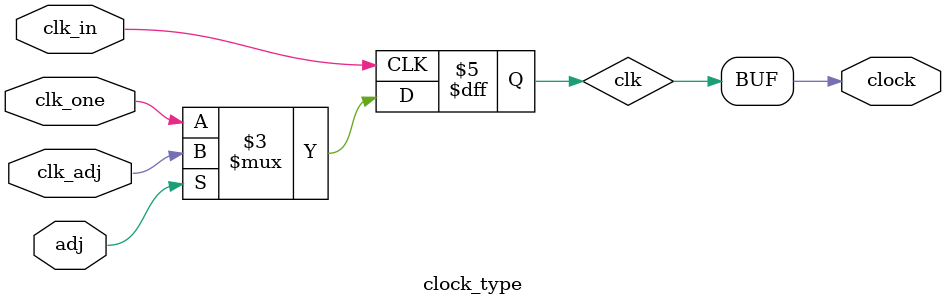
<source format=v>
`timescale 1ns / 1ps
module clock_type(
	input clk_in,
	input clk_adj,
	input wire adj,
	input clk_one,
	output clock
    );

reg clk;
always @ (posedge clk_in) begin
	if (adj)
		clk <= clk_adj;
	else 
		clk <= clk_one;
end 

assign clock = clk;

endmodule

</source>
